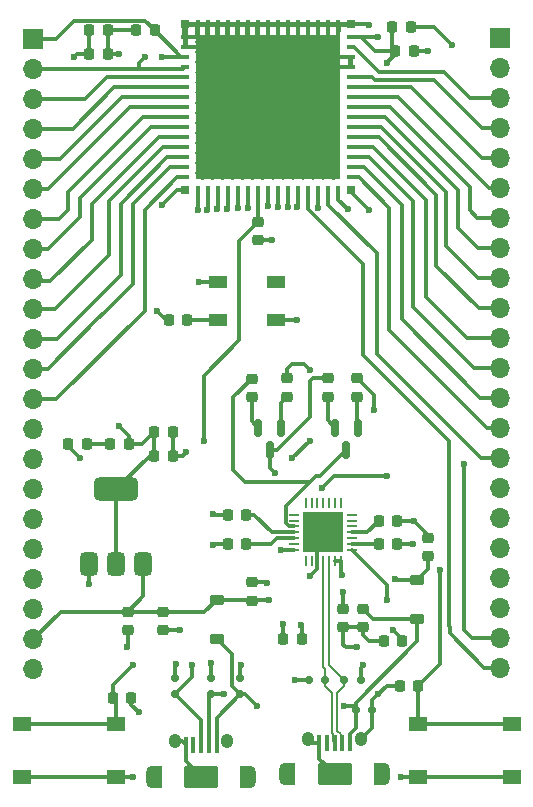
<source format=gbr>
%TF.GenerationSoftware,KiCad,Pcbnew,9.0.0*%
%TF.CreationDate,2025-06-09T12:03:21+05:30*%
%TF.ProjectId,ESP32_DevKit_M1,45535033-325f-4446-9576-4b69745f4d31,rev?*%
%TF.SameCoordinates,Original*%
%TF.FileFunction,Copper,L1,Top*%
%TF.FilePolarity,Positive*%
%FSLAX46Y46*%
G04 Gerber Fmt 4.6, Leading zero omitted, Abs format (unit mm)*
G04 Created by KiCad (PCBNEW 9.0.0) date 2025-06-09 12:03:21*
%MOMM*%
%LPD*%
G01*
G04 APERTURE LIST*
G04 Aperture macros list*
%AMRoundRect*
0 Rectangle with rounded corners*
0 $1 Rounding radius*
0 $2 $3 $4 $5 $6 $7 $8 $9 X,Y pos of 4 corners*
0 Add a 4 corners polygon primitive as box body*
4,1,4,$2,$3,$4,$5,$6,$7,$8,$9,$2,$3,0*
0 Add four circle primitives for the rounded corners*
1,1,$1+$1,$2,$3*
1,1,$1+$1,$4,$5*
1,1,$1+$1,$6,$7*
1,1,$1+$1,$8,$9*
0 Add four rect primitives between the rounded corners*
20,1,$1+$1,$2,$3,$4,$5,0*
20,1,$1+$1,$4,$5,$6,$7,0*
20,1,$1+$1,$6,$7,$8,$9,0*
20,1,$1+$1,$8,$9,$2,$3,0*%
%AMOutline5P*
0 Free polygon, 5 corners , with rotation*
0 The origin of the aperture is its center*
0 number of corners: always 5*
0 $1 to $10 corner X, Y*
0 $11 Rotation angle, in degrees counterclockwise*
0 create outline with 5 corners*
4,1,5,$1,$2,$3,$4,$5,$6,$7,$8,$9,$10,$1,$2,$11*%
%AMOutline6P*
0 Free polygon, 6 corners , with rotation*
0 The origin of the aperture is its center*
0 number of corners: always 6*
0 $1 to $12 corner X, Y*
0 $13 Rotation angle, in degrees counterclockwise*
0 create outline with 6 corners*
4,1,6,$1,$2,$3,$4,$5,$6,$7,$8,$9,$10,$11,$12,$1,$2,$13*%
%AMOutline7P*
0 Free polygon, 7 corners , with rotation*
0 The origin of the aperture is its center*
0 number of corners: always 7*
0 $1 to $14 corner X, Y*
0 $15 Rotation angle, in degrees counterclockwise*
0 create outline with 7 corners*
4,1,7,$1,$2,$3,$4,$5,$6,$7,$8,$9,$10,$11,$12,$13,$14,$1,$2,$15*%
%AMOutline8P*
0 Free polygon, 8 corners , with rotation*
0 The origin of the aperture is its center*
0 number of corners: always 8*
0 $1 to $16 corner X, Y*
0 $17 Rotation angle, in degrees counterclockwise*
0 create outline with 8 corners*
4,1,8,$1,$2,$3,$4,$5,$6,$7,$8,$9,$10,$11,$12,$13,$14,$15,$16,$1,$2,$17*%
G04 Aperture macros list end*
%TA.AperFunction,ComponentPad*%
%ADD10R,1.700000X1.700000*%
%TD*%
%TA.AperFunction,ComponentPad*%
%ADD11O,1.700000X1.700000*%
%TD*%
%TA.AperFunction,SMDPad,CuDef*%
%ADD12RoundRect,0.225000X0.225000X0.250000X-0.225000X0.250000X-0.225000X-0.250000X0.225000X-0.250000X0*%
%TD*%
%TA.AperFunction,SMDPad,CuDef*%
%ADD13RoundRect,0.150000X-0.150000X-0.200000X0.150000X-0.200000X0.150000X0.200000X-0.150000X0.200000X0*%
%TD*%
%TA.AperFunction,SMDPad,CuDef*%
%ADD14RoundRect,0.225000X-0.375000X0.225000X-0.375000X-0.225000X0.375000X-0.225000X0.375000X0.225000X0*%
%TD*%
%TA.AperFunction,SMDPad,CuDef*%
%ADD15RoundRect,0.150000X0.200000X-0.150000X0.200000X0.150000X-0.200000X0.150000X-0.200000X-0.150000X0*%
%TD*%
%TA.AperFunction,SMDPad,CuDef*%
%ADD16RoundRect,0.225000X-0.250000X0.225000X-0.250000X-0.225000X0.250000X-0.225000X0.250000X0.225000X0*%
%TD*%
%TA.AperFunction,SMDPad,CuDef*%
%ADD17RoundRect,0.375000X0.375000X-0.625000X0.375000X0.625000X-0.375000X0.625000X-0.375000X-0.625000X0*%
%TD*%
%TA.AperFunction,SMDPad,CuDef*%
%ADD18RoundRect,0.500000X1.400000X-0.500000X1.400000X0.500000X-1.400000X0.500000X-1.400000X-0.500000X0*%
%TD*%
%TA.AperFunction,SMDPad,CuDef*%
%ADD19R,1.500000X1.000000*%
%TD*%
%TA.AperFunction,SMDPad,CuDef*%
%ADD20RoundRect,0.218750X-0.218750X-0.256250X0.218750X-0.256250X0.218750X0.256250X-0.218750X0.256250X0*%
%TD*%
%TA.AperFunction,SMDPad,CuDef*%
%ADD21RoundRect,0.225000X-0.225000X-0.250000X0.225000X-0.250000X0.225000X0.250000X-0.225000X0.250000X0*%
%TD*%
%TA.AperFunction,SMDPad,CuDef*%
%ADD22R,0.800000X0.400000*%
%TD*%
%TA.AperFunction,SMDPad,CuDef*%
%ADD23R,0.400000X0.800000*%
%TD*%
%TA.AperFunction,HeatsinkPad*%
%ADD24Outline5P,-0.600000X0.204000X-0.204000X0.600000X0.600000X0.600000X0.600000X-0.600000X-0.600000X-0.600000X0.000000*%
%TD*%
%TA.AperFunction,HeatsinkPad*%
%ADD25R,1.200000X1.200000*%
%TD*%
%TA.AperFunction,SMDPad,CuDef*%
%ADD26R,0.800000X0.800000*%
%TD*%
%TA.AperFunction,SMDPad,CuDef*%
%ADD27R,1.550000X1.300000*%
%TD*%
%TA.AperFunction,SMDPad,CuDef*%
%ADD28RoundRect,0.225000X0.250000X-0.225000X0.250000X0.225000X-0.250000X0.225000X-0.250000X-0.225000X0*%
%TD*%
%TA.AperFunction,SMDPad,CuDef*%
%ADD29RoundRect,0.100000X-0.100000X-0.575000X0.100000X-0.575000X0.100000X0.575000X-0.100000X0.575000X0*%
%TD*%
%TA.AperFunction,HeatsinkPad*%
%ADD30O,1.000000X1.900000*%
%TD*%
%TA.AperFunction,SMDPad,CuDef*%
%ADD31R,0.875000X1.900000*%
%TD*%
%TA.AperFunction,HeatsinkPad*%
%ADD32O,1.050000X1.250000*%
%TD*%
%TA.AperFunction,SMDPad,CuDef*%
%ADD33RoundRect,0.250000X-1.200000X-0.700000X1.200000X-0.700000X1.200000X0.700000X-1.200000X0.700000X0*%
%TD*%
%TA.AperFunction,SMDPad,CuDef*%
%ADD34RoundRect,0.062500X0.062500X-0.337500X0.062500X0.337500X-0.062500X0.337500X-0.062500X-0.337500X0*%
%TD*%
%TA.AperFunction,SMDPad,CuDef*%
%ADD35RoundRect,0.062500X0.337500X-0.062500X0.337500X0.062500X-0.337500X0.062500X-0.337500X-0.062500X0*%
%TD*%
%TA.AperFunction,HeatsinkPad*%
%ADD36R,3.350000X3.350000*%
%TD*%
%TA.AperFunction,SMDPad,CuDef*%
%ADD37RoundRect,0.150000X-0.150000X0.587500X-0.150000X-0.587500X0.150000X-0.587500X0.150000X0.587500X0*%
%TD*%
%TA.AperFunction,SMDPad,CuDef*%
%ADD38RoundRect,0.150000X0.150000X0.200000X-0.150000X0.200000X-0.150000X-0.200000X0.150000X-0.200000X0*%
%TD*%
%TA.AperFunction,ViaPad*%
%ADD39C,0.600000*%
%TD*%
%TA.AperFunction,Conductor*%
%ADD40C,0.300000*%
%TD*%
%TA.AperFunction,Conductor*%
%ADD41C,0.200000*%
%TD*%
G04 APERTURE END LIST*
D10*
%TO.P,J3,1,Pin_1*%
%TO.N,ESP_3.3V*%
X106575000Y-65995000D03*
D11*
%TO.P,J3,2,Pin_2*%
%TO.N,/GPIO0*%
X106575000Y-68535000D03*
%TO.P,J3,3,Pin_3*%
%TO.N,/GPIO1*%
X106575000Y-71075000D03*
%TO.P,J3,4,Pin_4*%
%TO.N,/GPIO2*%
X106575000Y-73615000D03*
%TO.P,J3,5,Pin_5*%
%TO.N,/GPIO3*%
X106575000Y-76155000D03*
%TO.P,J3,6,Pin_6*%
%TO.N,/GPIO4*%
X106575000Y-78695000D03*
%TO.P,J3,7,Pin_7*%
%TO.N,/GPIO5*%
X106575000Y-81235000D03*
%TO.P,J3,8,Pin_8*%
%TO.N,/GPIO6*%
X106575000Y-83775000D03*
%TO.P,J3,9,Pin_9*%
%TO.N,/GPIO7*%
X106575000Y-86315000D03*
%TO.P,J3,10,Pin_10*%
%TO.N,/GPIO8*%
X106575000Y-88855000D03*
%TO.P,J3,11,Pin_11*%
%TO.N,/GPIO9*%
X106575000Y-91395000D03*
%TO.P,J3,12,Pin_12*%
%TO.N,/GPIO10*%
X106575000Y-93935000D03*
%TO.P,J3,13,Pin_13*%
%TO.N,/GPIO11*%
X106575000Y-96475000D03*
%TO.P,J3,14,Pin_14*%
%TO.N,/GPIO12*%
X106575000Y-99015000D03*
%TO.P,J3,15,Pin_15*%
%TO.N,/GPIO13*%
X106575000Y-101555000D03*
%TO.P,J3,16,Pin_16*%
%TO.N,/GPIO14*%
X106575000Y-104095000D03*
%TO.P,J3,17,Pin_17*%
%TO.N,/GPIO15*%
X106575000Y-106635000D03*
%TO.P,J3,18,Pin_18*%
%TO.N,/GPIO16*%
X106575000Y-109175000D03*
%TO.P,J3,19,Pin_19*%
%TO.N,/GPIO17*%
X106575000Y-111715000D03*
%TO.P,J3,20,Pin_20*%
%TO.N,/GPIO18*%
X106575000Y-114255000D03*
%TO.P,J3,21,Pin_21*%
%TO.N,5V*%
X106575000Y-116795000D03*
%TO.P,J3,22,Pin_22*%
%TO.N,GND*%
X106575000Y-119335000D03*
%TD*%
D12*
%TO.P,R13,1*%
%TO.N,Net-(U2-RXD)*%
X124575000Y-106275000D03*
%TO.P,R13,2*%
%TO.N,/U0TXD*%
X123025000Y-106275000D03*
%TD*%
D13*
%TO.P,D2,1*%
%TO.N,GND*%
X135275000Y-122775000D03*
%TO.P,D2,2*%
%TO.N,VBUS*%
X133875000Y-122775000D03*
%TD*%
D14*
%TO.P,D6,1,K*%
%TO.N,5V*%
X122075000Y-113475000D03*
%TO.P,D6,2,A*%
%TO.N,VBUS*%
X122075000Y-116775000D03*
%TD*%
D15*
%TO.P,D5,1*%
%TO.N,GND*%
X124075000Y-120075000D03*
%TO.P,D5,2*%
%TO.N,VBUS*%
X124075000Y-121475000D03*
%TD*%
D12*
%TO.P,R1,1*%
%TO.N,ESP_3.3V*%
X116850000Y-65275000D03*
%TO.P,R1,2*%
%TO.N,3.3V*%
X115300000Y-65275000D03*
%TD*%
%TO.P,C6,1*%
%TO.N,GND*%
X137775000Y-117000000D03*
%TO.P,C6,2*%
%TO.N,Net-(U2-VBUS)*%
X136225000Y-117000000D03*
%TD*%
D10*
%TO.P,J4,1,Pin_1*%
%TO.N,GND*%
X146075000Y-65915000D03*
D11*
%TO.P,J4,2,Pin_2*%
%TO.N,/CHIP_PU*%
X146075000Y-68455000D03*
%TO.P,J4,3,Pin_3*%
%TO.N,/GPIO46*%
X146075000Y-70995000D03*
%TO.P,J4,4,Pin_4*%
%TO.N,/GPIO45*%
X146075000Y-73535000D03*
%TO.P,J4,5,Pin_5*%
%TO.N,/U0RXD*%
X146075000Y-76075000D03*
%TO.P,J4,6,Pin_6*%
%TO.N,/U0TXD*%
X146075000Y-78615000D03*
%TO.P,J4,7,Pin_7*%
%TO.N,/GPIO42*%
X146075000Y-81155000D03*
%TO.P,J4,8,Pin_8*%
%TO.N,/GPIO41*%
X146075000Y-83695000D03*
%TO.P,J4,9,Pin_9*%
%TO.N,/GPIO40*%
X146075000Y-86235000D03*
%TO.P,J4,10,Pin_10*%
%TO.N,/GPIO39*%
X146075000Y-88775000D03*
%TO.P,J4,11,Pin_11*%
%TO.N,/GPIO38*%
X146075000Y-91315000D03*
%TO.P,J4,12,Pin_12*%
%TO.N,/GPIO37*%
X146075000Y-93855000D03*
%TO.P,J4,13,Pin_13*%
%TO.N,/GPIO36*%
X146075000Y-96395000D03*
%TO.P,J4,14,Pin_14*%
%TO.N,/GPIO35*%
X146075000Y-98935000D03*
%TO.P,J4,15,Pin_15*%
%TO.N,/GPIO34*%
X146075000Y-101475000D03*
%TO.P,J4,16,Pin_16*%
%TO.N,/GPIO33*%
X146075000Y-104015000D03*
%TO.P,J4,17,Pin_17*%
%TO.N,/GPIO26*%
X146075000Y-106555000D03*
%TO.P,J4,18,Pin_18*%
%TO.N,/GPIO21*%
X146075000Y-109095000D03*
%TO.P,J4,19,Pin_19*%
%TO.N,/GPIO20*%
X146075000Y-111635000D03*
%TO.P,J4,20,Pin_20*%
%TO.N,/GPIO19*%
X146075000Y-114175000D03*
%TO.P,J4,21,Pin_21*%
%TO.N,/GPIO48*%
X146075000Y-116715000D03*
%TO.P,J4,22,Pin_22*%
%TO.N,/GPIO47*%
X146075000Y-119255000D03*
%TD*%
D16*
%TO.P,R10,1*%
%TO.N,GND*%
X132775000Y-114225000D03*
%TO.P,R10,2*%
%TO.N,Net-(U2-VBUS)*%
X132775000Y-115775000D03*
%TD*%
D17*
%TO.P,U4,1,GND*%
%TO.N,GND*%
X111275000Y-110425000D03*
%TO.P,U4,2,VO*%
%TO.N,3.3V*%
X113575000Y-110425000D03*
D18*
X113575000Y-104125000D03*
D17*
%TO.P,U4,3,VI*%
%TO.N,5V*%
X115875000Y-110425000D03*
%TD*%
D16*
%TO.P,R4,1*%
%TO.N,/DTR*%
X131500000Y-94725000D03*
%TO.P,R4,2*%
%TO.N,Net-(Q1-B)*%
X131500000Y-96275000D03*
%TD*%
D19*
%TO.P,LED2,1,VSS*%
%TO.N,GND*%
X122175000Y-86575000D03*
%TO.P,LED2,2,DIN*%
%TO.N,/RGB_CTRL*%
X122175000Y-89775000D03*
%TO.P,LED2,3,VDD*%
%TO.N,3.3V*%
X127075000Y-89775000D03*
%TO.P,LED2,4,DOUT*%
%TO.N,unconnected-(LED2-DOUT-Pad4)*%
X127075000Y-86575000D03*
%TD*%
D12*
%TO.P,R14,1*%
%TO.N,Net-(U2-TXD)*%
X124575000Y-108775000D03*
%TO.P,R14,2*%
%TO.N,/U0RXD*%
X123025000Y-108775000D03*
%TD*%
D20*
%TO.P,LED1,1,K*%
%TO.N,GND*%
X109500000Y-100275000D03*
%TO.P,LED1,2,A*%
%TO.N,Net-(LED1-A)*%
X111075000Y-100275000D03*
%TD*%
D16*
%TO.P,R5,1*%
%TO.N,/RTS*%
X125075000Y-94775000D03*
%TO.P,R5,2*%
%TO.N,Net-(Q2-B)*%
X125075000Y-96325000D03*
%TD*%
D21*
%TO.P,R11,1*%
%TO.N,Net-(U2-~{SUSPEND})*%
X135800000Y-106775000D03*
%TO.P,R11,2*%
%TO.N,GND*%
X137350000Y-106775000D03*
%TD*%
D22*
%TO.P,U1,1,GND*%
%TO.N,GND*%
X119425000Y-65825000D03*
%TO.P,U1,2,GND*%
X119425000Y-66675000D03*
%TO.P,U1,3,3V3*%
%TO.N,ESP_3.3V*%
X119425000Y-67525000D03*
%TO.P,U1,4,IO0*%
%TO.N,/GPIO0*%
X119425000Y-68375000D03*
%TO.P,U1,5,IO1*%
%TO.N,/GPIO1*%
X119425000Y-69225000D03*
%TO.P,U1,6,IO2*%
%TO.N,/GPIO2*%
X119425000Y-70075000D03*
%TO.P,U1,7,IO3*%
%TO.N,/GPIO3*%
X119425000Y-70925000D03*
%TO.P,U1,8,IO4*%
%TO.N,/GPIO4*%
X119425000Y-71775000D03*
%TO.P,U1,9,IO5*%
%TO.N,/GPIO5*%
X119425000Y-72625000D03*
%TO.P,U1,10,IO6*%
%TO.N,/GPIO6*%
X119425000Y-73475000D03*
%TO.P,U1,11,IO7*%
%TO.N,/GPIO7*%
X119425000Y-74325000D03*
%TO.P,U1,12,IO8*%
%TO.N,/GPIO8*%
X119425000Y-75175000D03*
%TO.P,U1,13,IO9*%
%TO.N,/GPIO9*%
X119425000Y-76025000D03*
%TO.P,U1,14,IO10*%
%TO.N,/GPIO10*%
X119425000Y-76875000D03*
%TO.P,U1,15,IO11*%
%TO.N,/GPIO11*%
X119425000Y-77725000D03*
D23*
%TO.P,U1,16,IO12*%
%TO.N,/GPIO12*%
X120475000Y-78775000D03*
%TO.P,U1,17,IO13*%
%TO.N,/GPIO13*%
X121325000Y-78775000D03*
%TO.P,U1,18,IO14*%
%TO.N,/GPIO14*%
X122175000Y-78775000D03*
%TO.P,U1,19,IO15*%
%TO.N,/GPIO15*%
X123025000Y-78775000D03*
%TO.P,U1,20,IO16*%
%TO.N,/GPIO16*%
X123875000Y-78775000D03*
%TO.P,U1,21,IO17*%
%TO.N,/GPIO17*%
X124725000Y-78775000D03*
%TO.P,U1,22,IO18*%
%TO.N,/GPIO18*%
X125575000Y-78775000D03*
%TO.P,U1,23,USB_D-*%
%TO.N,/GPIO19*%
X126425000Y-78775000D03*
%TO.P,U1,24,USB_D+*%
%TO.N,/GPIO20*%
X127275000Y-78775000D03*
%TO.P,U1,25,IO21*%
%TO.N,/GPIO21*%
X128125000Y-78775000D03*
%TO.P,U1,26,IO26*%
%TO.N,/GPIO26*%
X128975000Y-78775000D03*
%TO.P,U1,27,IO47*%
%TO.N,/GPIO47*%
X129825000Y-78775000D03*
%TO.P,U1,28,IO33*%
%TO.N,/GPIO33*%
X130675000Y-78775000D03*
%TO.P,U1,29,IO34*%
%TO.N,/GPIO34*%
X131525000Y-78775000D03*
%TO.P,U1,30,IO48*%
%TO.N,/GPIO48*%
X132375000Y-78775000D03*
D22*
%TO.P,U1,31,IO35*%
%TO.N,/GPIO35*%
X133425000Y-77725000D03*
%TO.P,U1,32,IO36*%
%TO.N,/GPIO36*%
X133425000Y-76875000D03*
%TO.P,U1,33,IO37*%
%TO.N,/GPIO37*%
X133425000Y-76025000D03*
%TO.P,U1,34,IO38*%
%TO.N,/GPIO38*%
X133425000Y-75175000D03*
%TO.P,U1,35,IO39*%
%TO.N,/GPIO39*%
X133425000Y-74325000D03*
%TO.P,U1,36,IO40*%
%TO.N,/GPIO40*%
X133425000Y-73475000D03*
%TO.P,U1,37,IO41*%
%TO.N,/GPIO41*%
X133425000Y-72625000D03*
%TO.P,U1,38,IO42*%
%TO.N,/GPIO42*%
X133425000Y-71775000D03*
%TO.P,U1,39,TXD0*%
%TO.N,/U0TXD*%
X133425000Y-70925000D03*
%TO.P,U1,40,RXD0*%
%TO.N,/U0RXD*%
X133425000Y-70075000D03*
%TO.P,U1,41,IO45*%
%TO.N,/GPIO45*%
X133425000Y-69225000D03*
%TO.P,U1,42,GND*%
%TO.N,GND*%
X133425000Y-68375000D03*
%TO.P,U1,43,GND*%
X133425000Y-67525000D03*
%TO.P,U1,44,IO46*%
%TO.N,/GPIO46*%
X133425000Y-66675000D03*
%TO.P,U1,45,EN*%
%TO.N,/CHIP_PU*%
X133425000Y-65825000D03*
D23*
%TO.P,U1,46,GND*%
%TO.N,GND*%
X132375000Y-64775000D03*
%TO.P,U1,47,GND*%
X131525000Y-64775000D03*
%TO.P,U1,48,GND*%
X130675000Y-64775000D03*
%TO.P,U1,49,GND*%
X129825000Y-64775000D03*
%TO.P,U1,50,GND*%
X128975000Y-64775000D03*
%TO.P,U1,51,GND*%
X128125000Y-64775000D03*
%TO.P,U1,52,GND*%
X127275000Y-64775000D03*
%TO.P,U1,53,GND*%
X126425000Y-64775000D03*
%TO.P,U1,54,GND*%
X125575000Y-64775000D03*
%TO.P,U1,55,GND*%
X124725000Y-64775000D03*
%TO.P,U1,56,GND*%
X123875000Y-64775000D03*
%TO.P,U1,57,GND*%
X123025000Y-64775000D03*
%TO.P,U1,58,GND*%
X122175000Y-64775000D03*
%TO.P,U1,59,GND*%
X121325000Y-64775000D03*
%TO.P,U1,60,GND*%
X120475000Y-64775000D03*
D24*
%TO.P,U1,61,GND*%
X124775000Y-70125000D03*
D25*
X124775000Y-71775000D03*
X124775000Y-73425000D03*
X126425000Y-70125000D03*
X126425000Y-71775000D03*
X126425000Y-73425000D03*
X128075000Y-70125000D03*
X128075000Y-71775000D03*
X128075000Y-73425000D03*
D26*
%TO.P,U1,62,GND*%
X119425000Y-64775000D03*
%TO.P,U1,63,GND*%
X119425000Y-78775000D03*
%TO.P,U1,64,GND*%
X133425000Y-78775000D03*
%TO.P,U1,65,GND*%
X133425000Y-64775000D03*
%TD*%
D27*
%TO.P,SW1,1,1*%
%TO.N,GND*%
X113555000Y-128525000D03*
X105595000Y-128525000D03*
%TO.P,SW1,2,2*%
%TO.N,/GPIO0*%
X113555000Y-124025000D03*
X105595000Y-124025000D03*
%TD*%
D28*
%TO.P,C2,1*%
%TO.N,5V*%
X140000000Y-109775000D03*
%TO.P,C2,2*%
%TO.N,GND*%
X140000000Y-108225000D03*
%TD*%
D12*
%TO.P,C11,1*%
%TO.N,GND*%
X118350000Y-101275000D03*
%TO.P,C11,2*%
%TO.N,3.3V*%
X116800000Y-101275000D03*
%TD*%
%TO.P,R15,1*%
%TO.N,3.3V*%
X114625000Y-100275000D03*
%TO.P,R15,2*%
%TO.N,Net-(LED1-A)*%
X113075000Y-100275000D03*
%TD*%
%TO.P,C12,1*%
%TO.N,GND*%
X114850000Y-121775000D03*
%TO.P,C12,2*%
%TO.N,/GPIO0*%
X113300000Y-121775000D03*
%TD*%
D28*
%TO.P,C9,1*%
%TO.N,GND*%
X114575000Y-116050000D03*
%TO.P,C9,2*%
%TO.N,5V*%
X114575000Y-114500000D03*
%TD*%
D12*
%TO.P,C5,1*%
%TO.N,GND*%
X138775000Y-67000000D03*
%TO.P,C5,2*%
%TO.N,/CHIP_PU*%
X137225000Y-67000000D03*
%TD*%
D29*
%TO.P,J1,1,VBUS*%
%TO.N,VBUS*%
X133375000Y-125600000D03*
%TO.P,J1,2,D-*%
%TO.N,/USB_DN*%
X132725000Y-125600000D03*
%TO.P,J1,3,D+*%
%TO.N,/USB_DP*%
X132075000Y-125600000D03*
%TO.P,J1,4,ID*%
%TO.N,unconnected-(J1-ID-Pad4)*%
X131425000Y-125600000D03*
%TO.P,J1,5,GND*%
%TO.N,GND*%
X130775000Y-125600000D03*
D30*
%TO.P,J1,6,Shield*%
X127900000Y-128275000D03*
D31*
X128337500Y-128275000D03*
D32*
X129850000Y-125275000D03*
D33*
X132075000Y-128275000D03*
D32*
X134300000Y-125275000D03*
D31*
X135812500Y-128275000D03*
D30*
X136250000Y-128275000D03*
%TD*%
D28*
%TO.P,R3,1*%
%TO.N,3.3V*%
X125575000Y-83050000D03*
%TO.P,R3,2*%
%TO.N,/GPIO18*%
X125575000Y-81500000D03*
%TD*%
D13*
%TO.P,D4,1*%
%TO.N,GND*%
X134275000Y-120275000D03*
%TO.P,D4,2*%
%TO.N,/USB_DN*%
X132875000Y-120275000D03*
%TD*%
D21*
%TO.P,R8,1*%
%TO.N,/GPIO48*%
X118025000Y-89775000D03*
%TO.P,R8,2*%
%TO.N,/RGB_CTRL*%
X119575000Y-89775000D03*
%TD*%
%TO.P,C3,1*%
%TO.N,GND*%
X111300000Y-67275000D03*
%TO.P,C3,2*%
%TO.N,3.3V*%
X112850000Y-67275000D03*
%TD*%
D16*
%TO.P,R9,1*%
%TO.N,VBUS*%
X134500000Y-114225000D03*
%TO.P,R9,2*%
%TO.N,Net-(U2-VBUS)*%
X134500000Y-115775000D03*
%TD*%
D34*
%TO.P,U2,1,~{DCD}*%
%TO.N,unconnected-(U2-~{DCD}-Pad1)*%
X129625000Y-110225000D03*
%TO.P,U2,2,~{RI}/CLK*%
%TO.N,unconnected-(U2-~{RI}{slash}CLK-Pad2)*%
X130125000Y-110225000D03*
%TO.P,U2,3,GND*%
%TO.N,GND*%
X130625000Y-110225000D03*
%TO.P,U2,4,D+*%
%TO.N,/USB_DP*%
X131125000Y-110225000D03*
%TO.P,U2,5,D-*%
%TO.N,/USB_DN*%
X131625000Y-110225000D03*
%TO.P,U2,6,VDD*%
%TO.N,3.3V*%
X132125000Y-110225000D03*
%TO.P,U2,7,VREGIN*%
X132625000Y-110225000D03*
D35*
%TO.P,U2,8,VBUS*%
%TO.N,Net-(U2-VBUS)*%
X133575000Y-109275000D03*
%TO.P,U2,9,~{RST}*%
%TO.N,Net-(U2-~{RST})*%
X133575000Y-108775000D03*
%TO.P,U2,10,NC*%
%TO.N,unconnected-(U2-NC-Pad10)*%
X133575000Y-108275000D03*
%TO.P,U2,11,~{SUSPEND}*%
%TO.N,Net-(U2-~{SUSPEND})*%
X133575000Y-107775000D03*
%TO.P,U2,12,SUSPEND*%
%TO.N,unconnected-(U2-SUSPEND-Pad12)*%
X133575000Y-107275000D03*
%TO.P,U2,13,CHREN*%
%TO.N,unconnected-(U2-CHREN-Pad13)*%
X133575000Y-106775000D03*
%TO.P,U2,14,CHR1*%
%TO.N,unconnected-(U2-CHR1-Pad14)*%
X133575000Y-106275000D03*
D34*
%TO.P,U2,15,CHR0*%
%TO.N,unconnected-(U2-CHR0-Pad15)*%
X132625000Y-105325000D03*
%TO.P,U2,16,~{WAKEUP}/GPIO.3*%
%TO.N,unconnected-(U2-~{WAKEUP}{slash}GPIO.3-Pad16)*%
X132125000Y-105325000D03*
%TO.P,U2,17,RS485/GPIO.2*%
%TO.N,unconnected-(U2-RS485{slash}GPIO.2-Pad17)*%
X131625000Y-105325000D03*
%TO.P,U2,18,~{RXT}/GPIO.1*%
%TO.N,unconnected-(U2-~{RXT}{slash}GPIO.1-Pad18)*%
X131125000Y-105325000D03*
%TO.P,U2,19,~{TXT}/GPIO.0*%
%TO.N,unconnected-(U2-~{TXT}{slash}GPIO.0-Pad19)*%
X130625000Y-105325000D03*
%TO.P,U2,20,GPIO.6*%
%TO.N,unconnected-(U2-GPIO.6-Pad20)*%
X130125000Y-105325000D03*
%TO.P,U2,21,GPIO.5*%
%TO.N,unconnected-(U2-GPIO.5-Pad21)*%
X129625000Y-105325000D03*
D35*
%TO.P,U2,22,GPIO.4*%
%TO.N,unconnected-(U2-GPIO.4-Pad22)*%
X128675000Y-106275000D03*
%TO.P,U2,23,~{CTS}*%
%TO.N,unconnected-(U2-~{CTS}-Pad23)*%
X128675000Y-106775000D03*
%TO.P,U2,24,~{RTS}*%
%TO.N,/RTS*%
X128675000Y-107275000D03*
%TO.P,U2,25,RXD*%
%TO.N,Net-(U2-RXD)*%
X128675000Y-107775000D03*
%TO.P,U2,26,TXD*%
%TO.N,Net-(U2-TXD)*%
X128675000Y-108275000D03*
%TO.P,U2,27,~{DSR}*%
%TO.N,unconnected-(U2-~{DSR}-Pad27)*%
X128675000Y-108775000D03*
%TO.P,U2,28,~{DTR}*%
%TO.N,/DTR*%
X128675000Y-109275000D03*
D36*
%TO.P,U2,29,GND*%
%TO.N,GND*%
X131125000Y-107775000D03*
%TD*%
D37*
%TO.P,Q1,1,C*%
%TO.N,Net-(Q1-C)*%
X134025000Y-98900000D03*
%TO.P,Q1,2,B*%
%TO.N,Net-(Q1-B)*%
X132125000Y-98900000D03*
%TO.P,Q1,3,E*%
%TO.N,/RTS*%
X133075000Y-100775000D03*
%TD*%
%TO.P,Q2,1,C*%
%TO.N,Net-(Q2-C)*%
X127525000Y-98900000D03*
%TO.P,Q2,2,B*%
%TO.N,Net-(Q2-B)*%
X125625000Y-98900000D03*
%TO.P,Q2,3,E*%
%TO.N,/DTR*%
X126575000Y-100775000D03*
%TD*%
D15*
%TO.P,D7,1*%
%TO.N,GND*%
X118575000Y-120075000D03*
%TO.P,D7,2*%
%TO.N,/GPIO20*%
X118575000Y-121475000D03*
%TD*%
D38*
%TO.P,D3,1*%
%TO.N,GND*%
X129875000Y-120275000D03*
%TO.P,D3,2*%
%TO.N,/USB_DP*%
X131275000Y-120275000D03*
%TD*%
D12*
%TO.P,R12,1*%
%TO.N,3.3V*%
X137350000Y-108775000D03*
%TO.P,R12,2*%
%TO.N,Net-(U2-~{RST})*%
X135800000Y-108775000D03*
%TD*%
%TO.P,C10,1*%
%TO.N,GND*%
X118350000Y-99275000D03*
%TO.P,C10,2*%
%TO.N,3.3V*%
X116800000Y-99275000D03*
%TD*%
D28*
%TO.P,R7,1*%
%TO.N,Net-(Q2-C)*%
X128075000Y-96275000D03*
%TO.P,R7,2*%
%TO.N,/GPIO0*%
X128075000Y-94725000D03*
%TD*%
D21*
%TO.P,C13,1*%
%TO.N,GND*%
X137575000Y-120775000D03*
%TO.P,C13,2*%
%TO.N,/CHIP_PU*%
X139125000Y-120775000D03*
%TD*%
%TO.P,R2,1*%
%TO.N,/CHIP_PU*%
X136950000Y-65000000D03*
%TO.P,R2,2*%
%TO.N,ESP_3.3V*%
X138500000Y-65000000D03*
%TD*%
%TO.P,C4,1*%
%TO.N,GND*%
X111300000Y-65275000D03*
%TO.P,C4,2*%
%TO.N,3.3V*%
X112850000Y-65275000D03*
%TD*%
D14*
%TO.P,D1,1,K*%
%TO.N,5V*%
X139075000Y-111775000D03*
%TO.P,D1,2,A*%
%TO.N,VBUS*%
X139075000Y-115075000D03*
%TD*%
D29*
%TO.P,J2,1,VBUS*%
%TO.N,VBUS*%
X122075000Y-125775000D03*
%TO.P,J2,2,D-*%
%TO.N,/GPIO19*%
X121425000Y-125775000D03*
%TO.P,J2,3,D+*%
%TO.N,/GPIO20*%
X120775000Y-125775000D03*
%TO.P,J2,4,ID*%
%TO.N,unconnected-(J2-ID-Pad4)*%
X120125000Y-125775000D03*
%TO.P,J2,5,GND*%
%TO.N,GND*%
X119475000Y-125775000D03*
D30*
%TO.P,J2,6,Shield*%
X116600000Y-128450000D03*
D31*
X117037500Y-128450000D03*
D32*
X118550000Y-125450000D03*
D33*
X120775000Y-128450000D03*
D32*
X123000000Y-125450000D03*
D31*
X124512500Y-128450000D03*
D30*
X124950000Y-128450000D03*
%TD*%
D28*
%TO.P,C1,1*%
%TO.N,5V*%
X125075000Y-113550000D03*
%TO.P,C1,2*%
%TO.N,GND*%
X125075000Y-112000000D03*
%TD*%
%TO.P,R6,1*%
%TO.N,Net-(Q1-C)*%
X134000000Y-96275000D03*
%TO.P,R6,2*%
%TO.N,/CHIP_PU*%
X134000000Y-94725000D03*
%TD*%
D15*
%TO.P,D8,1*%
%TO.N,GND*%
X121575000Y-120075000D03*
%TO.P,D8,2*%
%TO.N,/GPIO19*%
X121575000Y-121475000D03*
%TD*%
D27*
%TO.P,SW2,1,1*%
%TO.N,GND*%
X147055000Y-128525000D03*
X139095000Y-128525000D03*
%TO.P,SW2,2,2*%
%TO.N,/CHIP_PU*%
X147055000Y-124025000D03*
X139095000Y-124025000D03*
%TD*%
D28*
%TO.P,C8,1*%
%TO.N,GND*%
X117575000Y-116050000D03*
%TO.P,C8,2*%
%TO.N,5V*%
X117575000Y-114500000D03*
%TD*%
D21*
%TO.P,C7,1*%
%TO.N,GND*%
X127725000Y-116775000D03*
%TO.P,C7,2*%
%TO.N,3.3V*%
X129275000Y-116775000D03*
%TD*%
D39*
%TO.N,GND*%
X137732555Y-128525000D03*
X118645240Y-118886221D03*
X117434709Y-80061451D03*
X110500000Y-101500000D03*
X135768994Y-121496737D03*
X114500000Y-117500000D03*
X130000000Y-111500000D03*
X128757667Y-120281672D03*
X115500000Y-123000000D03*
X119500000Y-101000000D03*
X134500000Y-119000000D03*
X109989903Y-67545618D03*
X119000000Y-116000000D03*
X111243719Y-112151463D03*
X120584786Y-86596602D03*
X138775006Y-106775006D03*
X140000000Y-67000000D03*
X134956511Y-80478512D03*
X115000000Y-128500000D03*
X124141675Y-119031765D03*
X132773643Y-112799408D03*
X121574065Y-118877971D03*
X134986158Y-64809911D03*
X126335415Y-112040085D03*
X127742518Y-115564463D03*
X137000000Y-116000000D03*
%TO.N,/CHIP_PU*%
X135737531Y-65826745D03*
X141000000Y-111000000D03*
X135388622Y-97376433D03*
X136500000Y-68000000D03*
%TO.N,Net-(U2-VBUS)*%
X136500000Y-113500000D03*
X134000000Y-117500000D03*
%TO.N,/GPIO0*%
X130000000Y-100000000D03*
X130000000Y-94000000D03*
X116000000Y-67500000D03*
X128500000Y-101500000D03*
X115000000Y-119000000D03*
%TO.N,/GPIO19*%
X122750093Y-121438309D03*
X126396383Y-80142502D03*
%TO.N,/GPIO20*%
X131000000Y-104000000D03*
X127268842Y-80198191D03*
X120000000Y-119000000D03*
X136500000Y-103000000D03*
%TO.N,/GPIO18*%
X121000000Y-100000000D03*
%TO.N,/GPIO15*%
X123003262Y-80367996D03*
%TO.N,/GPIO17*%
X124735806Y-80293744D03*
%TO.N,/GPIO14*%
X122136990Y-80417497D03*
%TO.N,/GPIO16*%
X123877785Y-80343246D03*
%TO.N,/GPIO13*%
X121299120Y-80462427D03*
%TO.N,/GPIO12*%
X120500000Y-80500000D03*
%TO.N,/U0TXD*%
X121779644Y-106216754D03*
%TO.N,/GPIO48*%
X143000000Y-102000000D03*
X133168266Y-80396196D03*
X117000000Y-89000000D03*
%TO.N,/GPIO33*%
X130684429Y-80328132D03*
%TO.N,/GPIO26*%
X128920947Y-80253880D03*
%TO.N,/U0RXD*%
X121799843Y-108836690D03*
%TO.N,/GPIO21*%
X128120944Y-80253880D03*
%TO.N,/DTR*%
X127507947Y-109297163D03*
X127000000Y-102769855D03*
%TO.N,5V*%
X126500000Y-113500000D03*
X137193017Y-111705392D03*
%TO.N,3.3V*%
X129252680Y-115591428D03*
X128888622Y-89789433D03*
X132665004Y-111395497D03*
X138724783Y-108794793D03*
X126784818Y-83044886D03*
X113795781Y-98784979D03*
X113849014Y-67235795D03*
%TO.N,ESP_3.3V*%
X117500000Y-67500000D03*
X142000000Y-66500000D03*
%TO.N,VBUS*%
X125500000Y-122500000D03*
X132900000Y-122500000D03*
%TD*%
D40*
%TO.N,/GPIO9*%
X112719188Y-87280812D02*
X112631406Y-87368594D01*
X119425000Y-76025000D02*
X117912500Y-76025000D01*
X117912500Y-76025000D02*
X114000000Y-79937500D01*
X114000000Y-86000000D02*
X112719188Y-87280812D01*
X114000000Y-79937500D02*
X114000000Y-86000000D01*
X108605000Y-91395000D02*
X106575000Y-91395000D01*
X112631406Y-87368594D02*
X108605000Y-91395000D01*
%TO.N,/GPIO10*%
X112521843Y-89190238D02*
X115000000Y-86712081D01*
X115000000Y-80000000D02*
X118125000Y-76875000D01*
X112082931Y-89629150D02*
X112521843Y-89190238D01*
X118125000Y-76875000D02*
X119425000Y-76875000D01*
X107777081Y-93935000D02*
X112082931Y-89629150D01*
X106575000Y-93935000D02*
X107777081Y-93935000D01*
X115000000Y-86712081D02*
X115000000Y-80000000D01*
%TO.N,GND*%
X134956511Y-80456511D02*
X133425000Y-78925000D01*
X137575000Y-120775000D02*
X136490731Y-120775000D01*
X127725000Y-116775000D02*
X127725000Y-115581981D01*
X134275000Y-120275000D02*
X134275000Y-119225000D01*
X147055000Y-128525000D02*
X139095000Y-128525000D01*
X137732555Y-128525000D02*
X139095000Y-128525000D01*
X111275000Y-110425000D02*
X111275000Y-112120182D01*
X111300000Y-65275000D02*
X111300000Y-67275000D01*
X126295330Y-112000000D02*
X126335415Y-112040085D01*
X137775000Y-117000000D02*
X137775000Y-116775000D01*
X134275000Y-119225000D02*
X134500000Y-119000000D01*
X135275000Y-124300000D02*
X135275000Y-122775000D01*
X114975000Y-128525000D02*
X115000000Y-128500000D01*
X118550000Y-125450000D02*
X119150000Y-125450000D01*
X118350000Y-99275000D02*
X118350000Y-101275000D01*
X119225000Y-101275000D02*
X119500000Y-101000000D01*
X121575000Y-118878906D02*
X121574065Y-118877971D01*
X135275000Y-122775000D02*
X135275000Y-121990731D01*
X114575000Y-116050000D02*
X114575000Y-117425000D01*
X118575000Y-118956461D02*
X118645240Y-118886221D01*
X120606388Y-86575000D02*
X120584786Y-86596602D01*
X134951247Y-64775000D02*
X134986158Y-64809911D01*
X114575000Y-117425000D02*
X114500000Y-117500000D01*
X118950000Y-116050000D02*
X119000000Y-116000000D01*
X127725000Y-115581981D02*
X127742518Y-115564463D01*
X111275000Y-112120182D02*
X111243719Y-112151463D01*
X118575000Y-120075000D02*
X118575000Y-118956461D01*
X138225000Y-106775000D02*
X137350000Y-106775000D01*
X114850000Y-121775000D02*
X114850000Y-122350000D01*
X130175000Y-125600000D02*
X129850000Y-125275000D01*
X118350000Y-101275000D02*
X119225000Y-101275000D01*
X130625000Y-110225000D02*
X130625000Y-110875000D01*
X136490731Y-120775000D02*
X135768994Y-121496737D01*
X109500000Y-100275000D02*
X109500000Y-100500000D01*
X119150000Y-125450000D02*
X119475000Y-125775000D01*
X130625000Y-108275000D02*
X130625000Y-110225000D01*
X117575000Y-116050000D02*
X118950000Y-116050000D01*
X113555000Y-128525000D02*
X114975000Y-128525000D01*
X111300000Y-67275000D02*
X110260521Y-67275000D01*
X137775000Y-116775000D02*
X137000000Y-116000000D01*
X138775000Y-67000000D02*
X140000000Y-67000000D01*
X132775000Y-114225000D02*
X132775000Y-112800765D01*
X124075000Y-120075000D02*
X124075000Y-119098440D01*
X134956511Y-80478512D02*
X134956511Y-80456511D01*
X131125000Y-107775000D02*
X130625000Y-108275000D01*
X121575000Y-120075000D02*
X121575000Y-118878906D01*
X138775006Y-106775006D02*
X140000000Y-108000000D01*
X119425000Y-78775000D02*
X118721160Y-78775000D01*
X114850000Y-122350000D02*
X115500000Y-123000000D01*
X134300000Y-125275000D02*
X135275000Y-124300000D01*
X132775000Y-112800765D02*
X132773643Y-112799408D01*
X130775000Y-126975000D02*
X130775000Y-125600000D01*
X138225006Y-106775006D02*
X138225000Y-106775000D01*
X125075000Y-112000000D02*
X126295330Y-112000000D01*
X128764339Y-120275000D02*
X128757667Y-120281672D01*
X133425000Y-64775000D02*
X134951247Y-64775000D01*
X119475000Y-127150000D02*
X120775000Y-128450000D01*
X132075000Y-128275000D02*
X130775000Y-126975000D01*
X135275000Y-121990731D02*
X135768994Y-121496737D01*
X138775006Y-106775006D02*
X138225006Y-106775006D01*
X124075000Y-119098440D02*
X124141675Y-119031765D01*
X133425000Y-78925000D02*
X133425000Y-78775000D01*
X110260521Y-67275000D02*
X109989903Y-67545618D01*
X130625000Y-110875000D02*
X130000000Y-111500000D01*
X129875000Y-120275000D02*
X128764339Y-120275000D01*
X113555000Y-128525000D02*
X105595000Y-128525000D01*
X140000000Y-108000000D02*
X140000000Y-108225000D01*
X122175000Y-86575000D02*
X120606388Y-86575000D01*
X109500000Y-100500000D02*
X110500000Y-101500000D01*
X119475000Y-125775000D02*
X119475000Y-127150000D01*
X130775000Y-125600000D02*
X130175000Y-125600000D01*
X118721160Y-78775000D02*
X117434709Y-80061451D01*
%TO.N,/CHIP_PU*%
X134326745Y-65826745D02*
X135737531Y-65826745D01*
X134325000Y-65825000D02*
X134326745Y-65826745D01*
X135388622Y-97376433D02*
X135388622Y-96113622D01*
X135500000Y-67000000D02*
X137225000Y-67000000D01*
X137225000Y-67000000D02*
X137225000Y-67275000D01*
X141000000Y-118900000D02*
X141000000Y-111000000D01*
X139125000Y-120775000D02*
X139125000Y-123995000D01*
X134325000Y-65825000D02*
X135500000Y-67000000D01*
X135388622Y-96113622D02*
X134000000Y-94725000D01*
X137225000Y-67275000D02*
X136500000Y-68000000D01*
X139125000Y-123995000D02*
X139095000Y-124025000D01*
X139125000Y-120775000D02*
X141000000Y-118900000D01*
X136950000Y-66000000D02*
X136950000Y-66725000D01*
X136950000Y-65000000D02*
X136950000Y-66000000D01*
X133425000Y-65825000D02*
X134325000Y-65825000D01*
X139095000Y-124025000D02*
X147055000Y-124025000D01*
X136950000Y-66725000D02*
X137225000Y-67000000D01*
%TO.N,Net-(U2-VBUS)*%
X132775000Y-117275000D02*
X132775000Y-115775000D01*
X133575000Y-109275000D02*
X136500000Y-112200000D01*
X133000000Y-117500000D02*
X132775000Y-117275000D01*
X134500000Y-115775000D02*
X134500000Y-116500000D01*
X134000000Y-117500000D02*
X133000000Y-117500000D01*
X132775000Y-115775000D02*
X134500000Y-115775000D01*
X135000000Y-117000000D02*
X136225000Y-117000000D01*
X134500000Y-116500000D02*
X135000000Y-117000000D01*
X136500000Y-112200000D02*
X136500000Y-113500000D01*
%TO.N,/GPIO0*%
X115500000Y-68535000D02*
X119265000Y-68535000D01*
X129500000Y-93500000D02*
X128500000Y-93500000D01*
X128500000Y-101500000D02*
X130000000Y-100000000D01*
X128075000Y-93925000D02*
X128075000Y-94725000D01*
X115500000Y-68000000D02*
X116000000Y-67500000D01*
X119265000Y-68535000D02*
X119425000Y-68375000D01*
X105595000Y-124025000D02*
X113555000Y-124025000D01*
X128500000Y-93500000D02*
X128075000Y-93925000D01*
X113555000Y-124025000D02*
X113555000Y-122030000D01*
X113300000Y-121775000D02*
X113300000Y-120700000D01*
X113300000Y-120700000D02*
X115000000Y-119000000D01*
X113555000Y-122030000D02*
X113300000Y-121775000D01*
X115500000Y-68535000D02*
X115500000Y-68000000D01*
X106575000Y-68535000D02*
X115500000Y-68535000D01*
X130000000Y-94000000D02*
X129500000Y-93500000D01*
D41*
%TO.N,/USB_DN*%
X131575001Y-110274999D02*
X131575001Y-117517362D01*
X132576000Y-124856130D02*
X132300000Y-124580130D01*
X131575001Y-117517362D02*
X131575001Y-117535925D01*
X132300000Y-124580130D02*
X132300000Y-121375001D01*
X131575001Y-118975001D02*
X132875000Y-120275000D01*
X132875000Y-120800001D02*
X132875000Y-120275000D01*
X132725000Y-125600000D02*
X132576000Y-125451000D01*
X131575001Y-117535925D02*
X131575001Y-118975001D01*
X131625000Y-110225000D02*
X131575001Y-110274999D01*
X132576000Y-125451000D02*
X132576000Y-124856130D01*
X132300000Y-121375001D02*
X132875000Y-120800001D01*
%TO.N,/USB_DP*%
X131926000Y-124856130D02*
X131850000Y-124780130D01*
X131850000Y-124780130D02*
X131850000Y-121375001D01*
X132075000Y-125586397D02*
X131926000Y-125437397D01*
X131926000Y-125437397D02*
X131926000Y-124856130D01*
X131125000Y-119161397D02*
X131125000Y-110225000D01*
X132075000Y-125600000D02*
X132075000Y-125586397D01*
X131850000Y-121375001D02*
X131275000Y-120800001D01*
X131275000Y-120800001D02*
X131275000Y-120275000D01*
X131275000Y-120275000D02*
X131275000Y-119311397D01*
X131275000Y-119311397D02*
X131125000Y-119161397D01*
D40*
%TO.N,/GPIO19*%
X126425000Y-78775000D02*
X126425000Y-80113885D01*
X121575000Y-121475000D02*
X121425000Y-121625000D01*
X121425000Y-121625000D02*
X121425000Y-125775000D01*
X126425000Y-80113885D02*
X126396383Y-80142502D01*
X122713402Y-121475000D02*
X122750093Y-121438309D01*
X121575000Y-121475000D02*
X122713402Y-121475000D01*
%TO.N,/GPIO20*%
X120775000Y-123675000D02*
X120775000Y-125775000D01*
X127275000Y-78775000D02*
X127275000Y-80192033D01*
X131000000Y-104000000D02*
X132000000Y-103000000D01*
X118575000Y-121475000D02*
X120775000Y-123675000D01*
X118575000Y-121475000D02*
X120000000Y-120050000D01*
X120000000Y-120050000D02*
X120000000Y-119000000D01*
X127275000Y-80192033D02*
X127268842Y-80198191D01*
X132000000Y-103000000D02*
X136500000Y-103000000D01*
%TO.N,/GPIO6*%
X110500000Y-81052081D02*
X107777081Y-83775000D01*
X107777081Y-83775000D02*
X106575000Y-83775000D01*
X110500000Y-79500000D02*
X110500000Y-81052081D01*
X119425000Y-73475000D02*
X116525000Y-73475000D01*
X116525000Y-73475000D02*
X110500000Y-79500000D01*
%TO.N,/GPIO1*%
X119425000Y-69225000D02*
X112775000Y-69225000D01*
X110925000Y-71075000D02*
X106575000Y-71075000D01*
X112775000Y-69225000D02*
X110925000Y-71075000D01*
%TO.N,/GPIO18*%
X124000000Y-83075000D02*
X125575000Y-81500000D01*
X121000000Y-94500000D02*
X124000000Y-91500000D01*
X121000000Y-100000000D02*
X121000000Y-94500000D01*
X124000000Y-91500000D02*
X124000000Y-83075000D01*
X125575000Y-81500000D02*
X125575000Y-78775000D01*
%TO.N,/GPIO5*%
X115875000Y-72625000D02*
X109500000Y-79000000D01*
X119425000Y-72625000D02*
X115875000Y-72625000D01*
X109500000Y-79000000D02*
X109500000Y-80500000D01*
X109500000Y-80500000D02*
X108765000Y-81235000D01*
X108765000Y-81235000D02*
X106575000Y-81235000D01*
%TO.N,/GPIO7*%
X106760000Y-86500000D02*
X106575000Y-86315000D01*
X108000000Y-86500000D02*
X106760000Y-86500000D01*
X117175000Y-74325000D02*
X111500000Y-80000000D01*
X119425000Y-74325000D02*
X117175000Y-74325000D01*
X111500000Y-80000000D02*
X111500000Y-83000000D01*
X111500000Y-83000000D02*
X108000000Y-86500000D01*
%TO.N,/GPIO4*%
X107805000Y-78695000D02*
X106575000Y-78695000D01*
X119425000Y-71775000D02*
X114725000Y-71775000D01*
X114725000Y-71775000D02*
X107805000Y-78695000D01*
%TO.N,/GPIO8*%
X108355000Y-88855000D02*
X106575000Y-88855000D01*
X113000000Y-79682907D02*
X113000000Y-84250000D01*
X113000000Y-84250000D02*
X108375000Y-88875000D01*
X117507907Y-75175000D02*
X113000000Y-79682907D01*
X108375000Y-88875000D02*
X108355000Y-88855000D01*
X119425000Y-75175000D02*
X117507907Y-75175000D01*
%TO.N,/GPIO15*%
X123025000Y-80346258D02*
X123003262Y-80367996D01*
X123025000Y-78775000D02*
X123025000Y-80346258D01*
%TO.N,/GPIO17*%
X124725000Y-78775000D02*
X124725000Y-80282938D01*
X124725000Y-80282938D02*
X124735806Y-80293744D01*
%TO.N,/GPIO11*%
X118725000Y-77725000D02*
X116000000Y-80450000D01*
X116000000Y-89000000D02*
X108525000Y-96475000D01*
X108525000Y-96475000D02*
X106575000Y-96475000D01*
X116000000Y-80450000D02*
X116000000Y-89000000D01*
X119425000Y-77725000D02*
X118725000Y-77725000D01*
%TO.N,/GPIO14*%
X122175000Y-80379487D02*
X122136990Y-80417497D01*
X122175000Y-78775000D02*
X122175000Y-80379487D01*
%TO.N,/GPIO16*%
X123875000Y-80340461D02*
X123877785Y-80343246D01*
X123875000Y-78775000D02*
X123875000Y-80340461D01*
%TO.N,/GPIO2*%
X113425000Y-70075000D02*
X109885000Y-73615000D01*
X119425000Y-70075000D02*
X113425000Y-70075000D01*
X109885000Y-73615000D02*
X106575000Y-73615000D01*
%TO.N,/GPIO13*%
X121325000Y-78775000D02*
X121325000Y-80436547D01*
X121325000Y-80436547D02*
X121299120Y-80462427D01*
%TO.N,/GPIO3*%
X106575000Y-76155000D02*
X108845000Y-76155000D01*
X108845000Y-76155000D02*
X114075000Y-70925000D01*
X114075000Y-70925000D02*
X119425000Y-70925000D01*
%TO.N,/GPIO12*%
X120475000Y-78775000D02*
X120475000Y-80475000D01*
X120475000Y-80475000D02*
X120500000Y-80500000D01*
%TO.N,/U0TXD*%
X133425000Y-70925000D02*
X137425000Y-70925000D01*
X145115000Y-78615000D02*
X146075000Y-78615000D01*
X123025000Y-106275000D02*
X121837890Y-106275000D01*
X137425000Y-70925000D02*
X145115000Y-78615000D01*
X121837890Y-106275000D02*
X121779644Y-106216754D01*
%TO.N,/GPIO48*%
X143000000Y-116000000D02*
X143715000Y-116715000D01*
X143715000Y-116715000D02*
X146075000Y-116715000D01*
X143000000Y-102000000D02*
X143000000Y-116000000D01*
X117775000Y-89775000D02*
X117000000Y-89000000D01*
X118025000Y-89775000D02*
X117775000Y-89775000D01*
X132375000Y-79602930D02*
X133168266Y-80396196D01*
X132375000Y-78775000D02*
X132375000Y-79602930D01*
%TO.N,/GPIO41*%
X142500000Y-78804720D02*
X142500000Y-82000000D01*
X144195000Y-83695000D02*
X146075000Y-83695000D01*
X133425000Y-72625000D02*
X136320280Y-72625000D01*
X142500000Y-82000000D02*
X144195000Y-83695000D01*
X136320280Y-72625000D02*
X142500000Y-78804720D01*
%TO.N,/GPIO46*%
X141319513Y-68819513D02*
X143500000Y-71000000D01*
X143505000Y-70995000D02*
X146075000Y-70995000D01*
X133675000Y-66675000D02*
X135819513Y-68819513D01*
X143500000Y-71000000D02*
X143505000Y-70995000D01*
X133425000Y-66675000D02*
X133675000Y-66675000D01*
X135819513Y-68819513D02*
X141319513Y-68819513D01*
%TO.N,/GPIO34*%
X144477401Y-101475000D02*
X135641623Y-92639222D01*
X135641623Y-92639222D02*
X135641623Y-84141623D01*
X135641623Y-84141623D02*
X131529764Y-80029764D01*
X131529764Y-78779764D02*
X131525000Y-78775000D01*
X146075000Y-101475000D02*
X144477401Y-101475000D01*
X131529764Y-80029764D02*
X131529764Y-78779764D01*
%TO.N,/GPIO38*%
X133425000Y-75175000D02*
X135361879Y-75175000D01*
X135361879Y-75175000D02*
X139815775Y-79628896D01*
X139815775Y-87815775D02*
X143315000Y-91315000D01*
X143315000Y-91315000D02*
X146075000Y-91315000D01*
X139815775Y-79628896D02*
X139815775Y-87815775D01*
%TO.N,/GPIO33*%
X130675000Y-78775000D02*
X130675000Y-80318703D01*
X130675000Y-80318703D02*
X130684429Y-80328132D01*
%TO.N,/GPIO42*%
X133425000Y-71775000D02*
X136775000Y-71775000D01*
X143500000Y-78500000D02*
X143500000Y-80500000D01*
X136775000Y-71775000D02*
X143500000Y-78500000D01*
X143500000Y-80500000D02*
X144155000Y-81155000D01*
X144155000Y-81155000D02*
X146075000Y-81155000D01*
%TO.N,/GPIO26*%
X128975000Y-78775000D02*
X128975000Y-80199827D01*
X128975000Y-80199827D02*
X128920947Y-80253880D01*
%TO.N,/GPIO40*%
X135975000Y-73475000D02*
X141500000Y-79000000D01*
X144235000Y-86235000D02*
X146075000Y-86235000D01*
X141500000Y-79000000D02*
X141500000Y-83500000D01*
X141500000Y-83500000D02*
X144235000Y-86235000D01*
X133425000Y-73475000D02*
X135975000Y-73475000D01*
%TO.N,/GPIO45*%
X133425000Y-69225000D02*
X135225000Y-69225000D01*
X135225000Y-69225000D02*
X135500000Y-69500000D01*
X135500000Y-69500000D02*
X140500000Y-69500000D01*
X140500000Y-69500000D02*
X144535000Y-73535000D01*
X144535000Y-73535000D02*
X146075000Y-73535000D01*
%TO.N,/GPIO39*%
X144275000Y-88775000D02*
X146075000Y-88775000D01*
X135825000Y-74325000D02*
X140688235Y-79188235D01*
X140688235Y-85188235D02*
X144275000Y-88775000D01*
X140688235Y-79188235D02*
X140688235Y-85188235D01*
X133425000Y-74325000D02*
X135825000Y-74325000D01*
%TO.N,/GPIO47*%
X141750000Y-115679178D02*
X141826000Y-115755178D01*
X141750000Y-100013482D02*
X141750000Y-115679178D01*
X141826000Y-115755178D02*
X141826000Y-116326000D01*
X141826000Y-116326000D02*
X144755000Y-119255000D01*
X134500000Y-92763482D02*
X141750000Y-100013482D01*
X134500000Y-85064357D02*
X134500000Y-92763482D01*
X144755000Y-119255000D02*
X146075000Y-119255000D01*
X129825000Y-80389357D02*
X134500000Y-85064357D01*
X129825000Y-78775000D02*
X129825000Y-80389357D01*
%TO.N,/U0RXD*%
X123025000Y-108775000D02*
X121861533Y-108775000D01*
X133425000Y-70075000D02*
X138575000Y-70075000D01*
X121861533Y-108775000D02*
X121799843Y-108836690D01*
X144575000Y-76075000D02*
X146075000Y-76075000D01*
X138575000Y-70075000D02*
X144575000Y-76075000D01*
%TO.N,/GPIO36*%
X133425000Y-76875000D02*
X134522624Y-76875000D01*
X144395000Y-96395000D02*
X146075000Y-96395000D01*
X137740998Y-89740998D02*
X144395000Y-96395000D01*
X134522624Y-76875000D02*
X137740998Y-80093374D01*
X137740998Y-80093374D02*
X137740998Y-89740998D01*
%TO.N,/GPIO35*%
X144935000Y-98935000D02*
X146075000Y-98935000D01*
X134125000Y-77725000D02*
X136682908Y-80282908D01*
X136682908Y-80282908D02*
X136682908Y-90682908D01*
X136682908Y-90682908D02*
X144935000Y-98935000D01*
X133425000Y-77725000D02*
X134125000Y-77725000D01*
%TO.N,/GPIO21*%
X128125000Y-78775000D02*
X128125000Y-80249824D01*
X128125000Y-80249824D02*
X128120944Y-80253880D01*
%TO.N,/GPIO37*%
X135025000Y-76025000D02*
X138720560Y-79720560D01*
X143855000Y-93855000D02*
X146075000Y-93855000D01*
X138720560Y-88720560D02*
X143855000Y-93855000D01*
X138720560Y-79720560D02*
X138720560Y-88720560D01*
X133425000Y-76025000D02*
X135025000Y-76025000D01*
%TO.N,Net-(LED1-A)*%
X113075000Y-100275000D02*
X111075000Y-100275000D01*
%TO.N,/RGB_CTRL*%
X122175000Y-89775000D02*
X119575000Y-89775000D01*
%TO.N,Net-(Q1-C)*%
X134000000Y-98875000D02*
X134025000Y-98900000D01*
X134000000Y-96275000D02*
X134000000Y-98875000D01*
%TO.N,Net-(Q1-B)*%
X131500000Y-98275000D02*
X132125000Y-98900000D01*
X131500000Y-96275000D02*
X131500000Y-98275000D01*
%TO.N,/RTS*%
X128675000Y-107275000D02*
X128188490Y-107275000D01*
X130500000Y-103000000D02*
X130000000Y-103500000D01*
X127924000Y-107010510D02*
X127924000Y-105576000D01*
X128188490Y-107275000D02*
X127924000Y-107010510D01*
X133075000Y-100775000D02*
X130850000Y-103000000D01*
X130000000Y-103500000D02*
X124500000Y-103500000D01*
X127924000Y-105576000D02*
X130500000Y-103000000D01*
X124500000Y-103500000D02*
X123500000Y-102500000D01*
X123500000Y-96350000D02*
X125075000Y-94775000D01*
X130850000Y-103000000D02*
X130500000Y-103000000D01*
X123500000Y-102500000D02*
X123500000Y-96350000D01*
%TO.N,Net-(Q2-B)*%
X125075000Y-98350000D02*
X125625000Y-98900000D01*
X125075000Y-96325000D02*
X125075000Y-98350000D01*
%TO.N,/DTR*%
X126575000Y-100775000D02*
X127225000Y-100775000D01*
X128675000Y-109275000D02*
X127530110Y-109275000D01*
X126575000Y-102344855D02*
X126575000Y-100775000D01*
X130000000Y-95000000D02*
X130275000Y-94725000D01*
X127000000Y-102769855D02*
X126575000Y-102344855D01*
X130275000Y-94725000D02*
X131500000Y-94725000D01*
X127530110Y-109275000D02*
X127507947Y-109297163D01*
X130000000Y-98000000D02*
X130000000Y-95000000D01*
X127225000Y-100775000D02*
X130000000Y-98000000D01*
%TO.N,Net-(Q2-C)*%
X127525000Y-96825000D02*
X128075000Y-96275000D01*
X127525000Y-98900000D02*
X127525000Y-96825000D01*
%TO.N,Net-(U2-~{SUSPEND})*%
X134800000Y-107775000D02*
X135800000Y-106775000D01*
X133575000Y-107775000D02*
X134800000Y-107775000D01*
%TO.N,Net-(U2-~{RST})*%
X133575000Y-108775000D02*
X135800000Y-108775000D01*
%TO.N,Net-(U2-RXD)*%
X126775000Y-107775000D02*
X128675000Y-107775000D01*
X124575000Y-106275000D02*
X125275000Y-106275000D01*
X125275000Y-106275000D02*
X126775000Y-107775000D01*
%TO.N,Net-(U2-TXD)*%
X126725000Y-108775000D02*
X124575000Y-108775000D01*
X128675000Y-108275000D02*
X127225000Y-108275000D01*
X127225000Y-108275000D02*
X126725000Y-108775000D01*
%TO.N,5V*%
X125125000Y-113500000D02*
X125075000Y-113550000D01*
X137262625Y-111775000D02*
X137193017Y-111705392D01*
X108870000Y-114500000D02*
X114575000Y-114500000D01*
X139075000Y-111775000D02*
X137262625Y-111775000D01*
X114575000Y-114500000D02*
X117575000Y-114500000D01*
X117575000Y-114500000D02*
X121050000Y-114500000D01*
X125000000Y-113475000D02*
X125075000Y-113550000D01*
X115875000Y-110425000D02*
X115875000Y-113200000D01*
X140000000Y-109775000D02*
X140000000Y-110850000D01*
X121050000Y-114500000D02*
X122075000Y-113475000D01*
X126500000Y-113500000D02*
X125125000Y-113500000D01*
X115875000Y-113200000D02*
X114575000Y-114500000D01*
X106575000Y-116795000D02*
X108870000Y-114500000D01*
X122075000Y-113475000D02*
X125000000Y-113475000D01*
X140000000Y-110850000D02*
X139075000Y-111775000D01*
%TO.N,3.3V*%
X112850000Y-65275000D02*
X112850000Y-67275000D01*
X114625000Y-100275000D02*
X115800000Y-100275000D01*
X115300000Y-65275000D02*
X112850000Y-65275000D01*
X132625000Y-111355493D02*
X132665004Y-111395497D01*
X114625000Y-100275000D02*
X114625000Y-99614198D01*
X129275000Y-116775000D02*
X129275000Y-115613748D01*
X112850000Y-67275000D02*
X113809809Y-67275000D01*
X137350000Y-108775000D02*
X138704990Y-108775000D01*
X113575000Y-110425000D02*
X113575000Y-104125000D01*
X129275000Y-115613748D02*
X129252680Y-115591428D01*
X116425000Y-101275000D02*
X113575000Y-104125000D01*
X132625000Y-110225000D02*
X132625000Y-111355493D01*
X115800000Y-100275000D02*
X116800000Y-99275000D01*
X132125000Y-110225000D02*
X132625000Y-110225000D01*
X116800000Y-99275000D02*
X116800000Y-101275000D01*
X126779704Y-83050000D02*
X126784818Y-83044886D01*
X127075000Y-89775000D02*
X128874189Y-89775000D01*
X125575000Y-83050000D02*
X126779704Y-83050000D01*
X138704990Y-108775000D02*
X138724783Y-108794793D01*
X128874189Y-89775000D02*
X128888622Y-89789433D01*
X113809809Y-67275000D02*
X113849014Y-67235795D01*
X116800000Y-101275000D02*
X116425000Y-101275000D01*
X114625000Y-99614198D02*
X113795781Y-98784979D01*
%TO.N,ESP_3.3V*%
X140500000Y-65000000D02*
X138500000Y-65000000D01*
X117525000Y-67525000D02*
X117500000Y-67500000D01*
X116024000Y-64449000D02*
X116850000Y-65275000D01*
X142000000Y-66500000D02*
X140500000Y-65000000D01*
X119100000Y-67525000D02*
X119425000Y-67525000D01*
X106575000Y-65995000D02*
X108505000Y-65995000D01*
X119100000Y-67525000D02*
X117525000Y-67525000D01*
X110051000Y-64449000D02*
X116024000Y-64449000D01*
X108505000Y-65995000D02*
X110051000Y-64449000D01*
X116850000Y-65275000D02*
X119100000Y-67525000D01*
%TO.N,VBUS*%
X135350000Y-115075000D02*
X139075000Y-115075000D01*
X139075000Y-115075000D02*
X139075000Y-116995822D01*
X133600000Y-122500000D02*
X133875000Y-122775000D01*
X122075000Y-123475000D02*
X122075000Y-125775000D01*
X134500000Y-114225000D02*
X135350000Y-115075000D01*
X132900000Y-122500000D02*
X133600000Y-122500000D01*
X124075000Y-121475000D02*
X122075000Y-123475000D01*
X139075000Y-116995822D02*
X133875000Y-122195822D01*
X124075000Y-121475000D02*
X123374000Y-120774000D01*
X123374000Y-120774000D02*
X123374000Y-118074000D01*
X133875000Y-124361149D02*
X133875000Y-122775000D01*
X133375000Y-125600000D02*
X133375000Y-124861149D01*
X124475000Y-121475000D02*
X125500000Y-122500000D01*
X124075000Y-121475000D02*
X124475000Y-121475000D01*
X123374000Y-118074000D02*
X122075000Y-116775000D01*
X133375000Y-124861149D02*
X133875000Y-124361149D01*
X133875000Y-122195822D02*
X133875000Y-122775000D01*
%TD*%
%TA.AperFunction,Conductor*%
%TO.N,GND*%
G36*
X120420677Y-64544685D02*
G01*
X120441319Y-64561319D01*
X120455000Y-64575000D01*
X132395000Y-64575000D01*
X132408681Y-64561319D01*
X132470004Y-64527834D01*
X132496362Y-64525000D01*
X133301000Y-64525000D01*
X133368039Y-64544685D01*
X133413794Y-64597489D01*
X133425000Y-64649000D01*
X133425000Y-64901000D01*
X133405315Y-64968039D01*
X133352511Y-65013794D01*
X133301000Y-65025000D01*
X132575000Y-65025000D01*
X132575000Y-65376930D01*
X132567182Y-65420263D01*
X132530909Y-65517517D01*
X132524500Y-65577127D01*
X132524500Y-65577134D01*
X132524500Y-65577135D01*
X132524500Y-66072870D01*
X132524501Y-66072876D01*
X132530908Y-66132483D01*
X132558577Y-66206667D01*
X132563561Y-66276358D01*
X132558577Y-66293331D01*
X132530910Y-66367511D01*
X132530909Y-66367515D01*
X132530909Y-66367517D01*
X132524500Y-66427127D01*
X132524500Y-66427134D01*
X132524500Y-66427135D01*
X132524500Y-66922870D01*
X132524501Y-66922876D01*
X132530909Y-66982485D01*
X132558843Y-67057382D01*
X132563827Y-67127074D01*
X132558844Y-67144046D01*
X132531402Y-67217623D01*
X132531401Y-67217627D01*
X132525000Y-67277155D01*
X132525000Y-67325000D01*
X132776931Y-67325000D01*
X132820263Y-67332817D01*
X132917517Y-67369091D01*
X132977127Y-67375500D01*
X133301001Y-67375499D01*
X133368039Y-67395183D01*
X133375241Y-67400180D01*
X133575241Y-67549681D01*
X133593677Y-67574273D01*
X133613794Y-67597489D01*
X133614902Y-67602585D01*
X133617152Y-67605586D01*
X133617945Y-67616572D01*
X133625000Y-67649000D01*
X133625000Y-68251000D01*
X133605315Y-68318039D01*
X133552511Y-68363794D01*
X133501000Y-68375000D01*
X133425000Y-68375000D01*
X133425000Y-68400500D01*
X133405315Y-68467539D01*
X133352511Y-68513294D01*
X133301000Y-68524500D01*
X132977130Y-68524500D01*
X132977123Y-68524501D01*
X132917516Y-68530908D01*
X132820264Y-68567182D01*
X132776931Y-68575000D01*
X132525000Y-68575000D01*
X132525000Y-68622844D01*
X132531401Y-68682372D01*
X132531403Y-68682379D01*
X132558844Y-68755952D01*
X132563828Y-68825643D01*
X132558844Y-68842618D01*
X132543566Y-68883582D01*
X132530909Y-68917517D01*
X132524500Y-68977127D01*
X132524500Y-68977134D01*
X132524500Y-68977135D01*
X132524500Y-69472870D01*
X132524501Y-69472876D01*
X132530908Y-69532483D01*
X132558577Y-69606667D01*
X132563561Y-69676358D01*
X132558577Y-69693331D01*
X132530910Y-69767511D01*
X132530909Y-69767515D01*
X132530909Y-69767517D01*
X132524500Y-69827127D01*
X132524500Y-69827134D01*
X132524500Y-69827135D01*
X132524500Y-70322870D01*
X132524501Y-70322876D01*
X132530908Y-70382483D01*
X132558577Y-70456667D01*
X132563561Y-70526358D01*
X132558577Y-70543331D01*
X132530910Y-70617511D01*
X132530909Y-70617515D01*
X132530909Y-70617517D01*
X132524500Y-70677127D01*
X132524500Y-70677134D01*
X132524500Y-70677135D01*
X132524500Y-71172870D01*
X132524501Y-71172876D01*
X132530908Y-71232483D01*
X132558577Y-71306667D01*
X132563561Y-71376358D01*
X132558577Y-71393331D01*
X132530910Y-71467511D01*
X132530909Y-71467515D01*
X132530909Y-71467517D01*
X132524500Y-71527127D01*
X132524500Y-71527134D01*
X132524500Y-71527135D01*
X132524500Y-72022870D01*
X132524501Y-72022876D01*
X132530908Y-72082483D01*
X132558577Y-72156667D01*
X132563561Y-72226358D01*
X132558577Y-72243331D01*
X132530910Y-72317511D01*
X132530909Y-72317515D01*
X132530909Y-72317517D01*
X132524500Y-72377127D01*
X132524500Y-72377134D01*
X132524500Y-72377135D01*
X132524500Y-72872870D01*
X132524501Y-72872876D01*
X132530908Y-72932483D01*
X132558577Y-73006667D01*
X132563561Y-73076358D01*
X132558577Y-73093331D01*
X132530910Y-73167511D01*
X132530909Y-73167515D01*
X132530909Y-73167517D01*
X132524500Y-73227127D01*
X132524500Y-73227134D01*
X132524500Y-73227135D01*
X132524500Y-73722870D01*
X132524501Y-73722876D01*
X132530908Y-73782483D01*
X132558577Y-73856667D01*
X132563561Y-73926358D01*
X132558577Y-73943331D01*
X132530910Y-74017511D01*
X132530909Y-74017515D01*
X132530909Y-74017517D01*
X132524500Y-74077127D01*
X132524500Y-74077134D01*
X132524500Y-74077135D01*
X132524500Y-74572870D01*
X132524501Y-74572876D01*
X132530908Y-74632483D01*
X132558577Y-74706667D01*
X132563561Y-74776358D01*
X132558577Y-74793331D01*
X132530910Y-74867511D01*
X132530909Y-74867515D01*
X132530909Y-74867517D01*
X132524500Y-74927127D01*
X132524500Y-74927134D01*
X132524500Y-74927135D01*
X132524500Y-75422870D01*
X132524501Y-75422876D01*
X132530908Y-75482483D01*
X132558577Y-75556667D01*
X132563561Y-75626358D01*
X132558577Y-75643331D01*
X132530910Y-75717511D01*
X132530909Y-75717515D01*
X132530909Y-75717517D01*
X132524500Y-75777127D01*
X132524500Y-75777134D01*
X132524500Y-75777135D01*
X132524500Y-76272870D01*
X132524501Y-76272876D01*
X132530908Y-76332483D01*
X132558577Y-76406667D01*
X132563561Y-76476358D01*
X132558577Y-76493331D01*
X132530910Y-76567511D01*
X132530909Y-76567515D01*
X132530909Y-76567517D01*
X132524500Y-76627127D01*
X132524500Y-76627134D01*
X132524500Y-76627135D01*
X132524500Y-77122870D01*
X132524501Y-77122876D01*
X132530908Y-77182483D01*
X132558577Y-77256667D01*
X132563561Y-77326358D01*
X132558577Y-77343331D01*
X132530909Y-77417514D01*
X132530908Y-77417516D01*
X132524501Y-77477116D01*
X132524501Y-77477123D01*
X132524500Y-77477135D01*
X132524500Y-77750500D01*
X132504815Y-77817539D01*
X132452011Y-77863294D01*
X132400500Y-77874500D01*
X132127130Y-77874500D01*
X132127123Y-77874501D01*
X132067516Y-77880908D01*
X131993332Y-77908577D01*
X131923640Y-77913561D01*
X131906668Y-77908577D01*
X131832488Y-77880910D01*
X131832484Y-77880909D01*
X131832483Y-77880909D01*
X131772873Y-77874500D01*
X131772863Y-77874500D01*
X131277129Y-77874500D01*
X131277123Y-77874501D01*
X131217516Y-77880908D01*
X131143332Y-77908577D01*
X131073640Y-77913561D01*
X131056668Y-77908577D01*
X130982488Y-77880910D01*
X130982484Y-77880909D01*
X130982483Y-77880909D01*
X130922873Y-77874500D01*
X130922863Y-77874500D01*
X130427129Y-77874500D01*
X130427123Y-77874501D01*
X130367516Y-77880908D01*
X130293332Y-77908577D01*
X130223640Y-77913561D01*
X130206668Y-77908577D01*
X130132488Y-77880910D01*
X130132484Y-77880909D01*
X130132483Y-77880909D01*
X130072873Y-77874500D01*
X130072863Y-77874500D01*
X129577129Y-77874500D01*
X129577123Y-77874501D01*
X129517516Y-77880908D01*
X129443332Y-77908577D01*
X129373640Y-77913561D01*
X129356668Y-77908577D01*
X129282488Y-77880910D01*
X129282484Y-77880909D01*
X129282483Y-77880909D01*
X129222873Y-77874500D01*
X129222863Y-77874500D01*
X128727129Y-77874500D01*
X128727123Y-77874501D01*
X128667516Y-77880908D01*
X128593332Y-77908577D01*
X128523640Y-77913561D01*
X128506668Y-77908577D01*
X128432488Y-77880910D01*
X128432484Y-77880909D01*
X128432483Y-77880909D01*
X128372873Y-77874500D01*
X128372863Y-77874500D01*
X127877129Y-77874500D01*
X127877123Y-77874501D01*
X127817516Y-77880908D01*
X127743332Y-77908577D01*
X127673640Y-77913561D01*
X127656668Y-77908577D01*
X127582488Y-77880910D01*
X127582484Y-77880909D01*
X127582483Y-77880909D01*
X127522873Y-77874500D01*
X127522863Y-77874500D01*
X127027129Y-77874500D01*
X127027123Y-77874501D01*
X126967516Y-77880908D01*
X126893332Y-77908577D01*
X126823640Y-77913561D01*
X126806668Y-77908577D01*
X126732488Y-77880910D01*
X126732484Y-77880909D01*
X126732483Y-77880909D01*
X126672873Y-77874500D01*
X126672863Y-77874500D01*
X126177129Y-77874500D01*
X126177123Y-77874501D01*
X126117516Y-77880908D01*
X126043332Y-77908577D01*
X125973640Y-77913561D01*
X125956668Y-77908577D01*
X125882488Y-77880910D01*
X125882484Y-77880909D01*
X125882483Y-77880909D01*
X125822873Y-77874500D01*
X125822863Y-77874500D01*
X125327129Y-77874500D01*
X125327123Y-77874501D01*
X125267516Y-77880908D01*
X125193332Y-77908577D01*
X125123640Y-77913561D01*
X125106668Y-77908577D01*
X125032488Y-77880910D01*
X125032484Y-77880909D01*
X125032483Y-77880909D01*
X124972873Y-77874500D01*
X124972863Y-77874500D01*
X124477129Y-77874500D01*
X124477123Y-77874501D01*
X124417516Y-77880908D01*
X124343332Y-77908577D01*
X124273640Y-77913561D01*
X124256668Y-77908577D01*
X124182488Y-77880910D01*
X124182484Y-77880909D01*
X124182483Y-77880909D01*
X124122873Y-77874500D01*
X124122863Y-77874500D01*
X123627129Y-77874500D01*
X123627123Y-77874501D01*
X123567516Y-77880908D01*
X123493332Y-77908577D01*
X123423640Y-77913561D01*
X123406668Y-77908577D01*
X123332488Y-77880910D01*
X123332484Y-77880909D01*
X123332483Y-77880909D01*
X123272873Y-77874500D01*
X123272863Y-77874500D01*
X122777129Y-77874500D01*
X122777123Y-77874501D01*
X122717516Y-77880908D01*
X122643332Y-77908577D01*
X122573640Y-77913561D01*
X122556668Y-77908577D01*
X122482488Y-77880910D01*
X122482484Y-77880909D01*
X122482483Y-77880909D01*
X122422873Y-77874500D01*
X122422863Y-77874500D01*
X121927129Y-77874500D01*
X121927123Y-77874501D01*
X121867516Y-77880908D01*
X121793332Y-77908577D01*
X121723640Y-77913561D01*
X121706668Y-77908577D01*
X121632488Y-77880910D01*
X121632484Y-77880909D01*
X121632483Y-77880909D01*
X121572873Y-77874500D01*
X121572863Y-77874500D01*
X121077129Y-77874500D01*
X121077123Y-77874501D01*
X121017516Y-77880908D01*
X120943332Y-77908577D01*
X120873640Y-77913561D01*
X120856668Y-77908577D01*
X120782485Y-77880909D01*
X120782483Y-77880908D01*
X120722883Y-77874501D01*
X120722881Y-77874500D01*
X120722873Y-77874500D01*
X120722865Y-77874500D01*
X120449499Y-77874500D01*
X120382460Y-77854815D01*
X120336705Y-77802011D01*
X120325499Y-77750500D01*
X120325499Y-77477129D01*
X120325498Y-77477123D01*
X120325497Y-77477116D01*
X120319091Y-77417517D01*
X120291421Y-77343332D01*
X120286438Y-77273642D01*
X120291422Y-77256667D01*
X120319091Y-77182483D01*
X120325500Y-77122873D01*
X120325499Y-76627128D01*
X120319091Y-76567517D01*
X120291421Y-76493332D01*
X120286438Y-76423642D01*
X120291422Y-76406667D01*
X120319091Y-76332483D01*
X120325500Y-76272873D01*
X120325499Y-75777128D01*
X120319091Y-75717517D01*
X120291421Y-75643332D01*
X120286438Y-75573642D01*
X120291422Y-75556667D01*
X120319091Y-75482483D01*
X120325500Y-75422873D01*
X120325499Y-74927128D01*
X120319091Y-74867517D01*
X120291421Y-74793332D01*
X120286438Y-74723642D01*
X120291422Y-74706667D01*
X120319091Y-74632483D01*
X120325500Y-74572873D01*
X120325499Y-74077128D01*
X120319091Y-74017517D01*
X120291421Y-73943332D01*
X120286438Y-73873642D01*
X120291422Y-73856667D01*
X120319091Y-73782483D01*
X120325500Y-73722873D01*
X120325499Y-73227128D01*
X120319091Y-73167517D01*
X120291421Y-73093332D01*
X120286438Y-73023642D01*
X120291422Y-73006667D01*
X120319091Y-72932483D01*
X120325500Y-72872873D01*
X120325499Y-72377128D01*
X120319091Y-72317517D01*
X120291421Y-72243332D01*
X120286438Y-72173642D01*
X120291422Y-72156667D01*
X120319091Y-72082483D01*
X120325500Y-72022873D01*
X120325499Y-71527128D01*
X120319091Y-71467517D01*
X120291421Y-71393332D01*
X120286438Y-71323642D01*
X120291422Y-71306667D01*
X120319091Y-71232483D01*
X120325500Y-71172873D01*
X120325499Y-70677128D01*
X120319091Y-70617517D01*
X120291421Y-70543332D01*
X120286438Y-70473642D01*
X120291422Y-70456667D01*
X120319091Y-70382483D01*
X120325500Y-70322873D01*
X120325499Y-69827128D01*
X120319091Y-69767517D01*
X120291421Y-69693332D01*
X120286438Y-69623642D01*
X120291422Y-69606667D01*
X120319091Y-69532483D01*
X120325500Y-69472873D01*
X120325499Y-68977128D01*
X120319091Y-68917517D01*
X120291421Y-68843332D01*
X120286438Y-68773642D01*
X120291420Y-68756672D01*
X120319091Y-68682483D01*
X120325500Y-68622873D01*
X120325499Y-68127128D01*
X120319091Y-68067517D01*
X120291421Y-67993332D01*
X120286438Y-67923642D01*
X120291420Y-67906672D01*
X120319091Y-67832483D01*
X120325500Y-67772873D01*
X120325500Y-67772844D01*
X132525000Y-67772844D01*
X132531401Y-67832372D01*
X132531403Y-67832382D01*
X132559110Y-67906668D01*
X132564094Y-67976359D01*
X132559110Y-67993332D01*
X132531403Y-68067617D01*
X132531401Y-68067627D01*
X132525000Y-68127155D01*
X132525000Y-68175000D01*
X133225000Y-68175000D01*
X133225000Y-67725000D01*
X132525000Y-67725000D01*
X132525000Y-67772844D01*
X120325500Y-67772844D01*
X120325499Y-67505277D01*
X120325499Y-67277129D01*
X120325498Y-67277123D01*
X120320706Y-67232546D01*
X120319091Y-67217517D01*
X120291154Y-67142616D01*
X120286171Y-67072927D01*
X120291156Y-67055950D01*
X120318597Y-66982379D01*
X120318597Y-66982377D01*
X120324999Y-66922844D01*
X120325000Y-66922827D01*
X120325000Y-66875000D01*
X120073069Y-66875000D01*
X120029736Y-66867182D01*
X119932482Y-66830908D01*
X119932483Y-66830908D01*
X119872883Y-66824501D01*
X119872881Y-66824500D01*
X119872873Y-66824500D01*
X119872865Y-66824500D01*
X119549000Y-66824500D01*
X119481961Y-66804815D01*
X119474759Y-66799819D01*
X119274759Y-66650319D01*
X119256323Y-66625727D01*
X119236206Y-66602511D01*
X119235097Y-66597413D01*
X119232849Y-66594415D01*
X119232055Y-66583433D01*
X119225000Y-66551000D01*
X119225000Y-66475000D01*
X119625000Y-66475000D01*
X120325000Y-66475000D01*
X120325000Y-66427172D01*
X120324999Y-66427155D01*
X120318598Y-66367628D01*
X120290888Y-66293334D01*
X120285904Y-66223642D01*
X120290888Y-66206666D01*
X120318598Y-66132371D01*
X120324999Y-66072844D01*
X120325000Y-66072827D01*
X120325000Y-66025000D01*
X119625000Y-66025000D01*
X119625000Y-66475000D01*
X119225000Y-66475000D01*
X119225000Y-65805000D01*
X119211319Y-65791319D01*
X119177834Y-65729996D01*
X119175000Y-65703638D01*
X119175000Y-65675000D01*
X120675000Y-65675000D01*
X120722828Y-65675000D01*
X120722844Y-65674999D01*
X120782371Y-65668598D01*
X120856666Y-65640888D01*
X120926358Y-65635904D01*
X120943334Y-65640888D01*
X121017628Y-65668598D01*
X121017627Y-65668598D01*
X121077155Y-65674999D01*
X121077172Y-65675000D01*
X121125000Y-65675000D01*
X121525000Y-65675000D01*
X121572828Y-65675000D01*
X121572844Y-65674999D01*
X121632371Y-65668598D01*
X121706666Y-65640888D01*
X121776358Y-65635904D01*
X121793334Y-65640888D01*
X121867628Y-65668598D01*
X121867627Y-65668598D01*
X121927155Y-65674999D01*
X121927172Y-65675000D01*
X121975000Y-65675000D01*
X122375000Y-65675000D01*
X122422828Y-65675000D01*
X122422844Y-65674999D01*
X122482371Y-65668598D01*
X122556666Y-65640888D01*
X122626358Y-65635904D01*
X122643334Y-65640888D01*
X122717628Y-65668598D01*
X122717627Y-65668598D01*
X122777155Y-65674999D01*
X122777172Y-65675000D01*
X122825000Y-65675000D01*
X123225000Y-65675000D01*
X123272828Y-65675000D01*
X123272844Y-65674999D01*
X123332371Y-65668598D01*
X123406666Y-65640888D01*
X123476358Y-65635904D01*
X123493334Y-65640888D01*
X123567628Y-65668598D01*
X123567627Y-65668598D01*
X123627155Y-65674999D01*
X123627172Y-65675000D01*
X123675000Y-65675000D01*
X124075000Y-65675000D01*
X124122828Y-65675000D01*
X124122844Y-65674999D01*
X124182371Y-65668598D01*
X124256666Y-65640888D01*
X124326358Y-65635904D01*
X124343334Y-65640888D01*
X124417628Y-65668598D01*
X124417627Y-65668598D01*
X124477155Y-65674999D01*
X124477172Y-65675000D01*
X124525000Y-65675000D01*
X124925000Y-65675000D01*
X124972828Y-65675000D01*
X124972844Y-65674999D01*
X125032371Y-65668598D01*
X125106666Y-65640888D01*
X125176358Y-65635904D01*
X125193334Y-65640888D01*
X125267628Y-65668598D01*
X125267627Y-65668598D01*
X125327155Y-65674999D01*
X125327172Y-65675000D01*
X125375000Y-65675000D01*
X125775000Y-65675000D01*
X125822828Y-65675000D01*
X125822844Y-65674999D01*
X125882371Y-65668598D01*
X125956666Y-65640888D01*
X126026358Y-65635904D01*
X126043334Y-65640888D01*
X126117628Y-65668598D01*
X126117627Y-65668598D01*
X126177155Y-65674999D01*
X126177172Y-65675000D01*
X126225000Y-65675000D01*
X126625000Y-65675000D01*
X126672828Y-65675000D01*
X126672844Y-65674999D01*
X126732371Y-65668598D01*
X126806666Y-65640888D01*
X126876358Y-65635904D01*
X126893334Y-65640888D01*
X126967628Y-65668598D01*
X126967627Y-65668598D01*
X127027155Y-65674999D01*
X127027172Y-65675000D01*
X127075000Y-65675000D01*
X127475000Y-65675000D01*
X127522828Y-65675000D01*
X127522844Y-65674999D01*
X127582371Y-65668598D01*
X127656666Y-65640888D01*
X127726358Y-65635904D01*
X127743334Y-65640888D01*
X127817628Y-65668598D01*
X127817627Y-65668598D01*
X127877155Y-65674999D01*
X127877172Y-65675000D01*
X127925000Y-65675000D01*
X128325000Y-65675000D01*
X128372828Y-65675000D01*
X128372844Y-65674999D01*
X128432371Y-65668598D01*
X128506666Y-65640888D01*
X128576358Y-65635904D01*
X128593334Y-65640888D01*
X128667628Y-65668598D01*
X128667627Y-65668598D01*
X128727155Y-65674999D01*
X128727172Y-65675000D01*
X128775000Y-65675000D01*
X129175000Y-65675000D01*
X129222828Y-65675000D01*
X129222844Y-65674999D01*
X129282371Y-65668598D01*
X129356666Y-65640888D01*
X129426358Y-65635904D01*
X129443334Y-65640888D01*
X129517628Y-65668598D01*
X129517627Y-65668598D01*
X129577155Y-65674999D01*
X129577172Y-65675000D01*
X129625000Y-65675000D01*
X130025000Y-65675000D01*
X130072828Y-65675000D01*
X130072844Y-65674999D01*
X130132371Y-65668598D01*
X130206666Y-65640888D01*
X130276358Y-65635904D01*
X130293334Y-65640888D01*
X130367628Y-65668598D01*
X130367627Y-65668598D01*
X130427155Y-65674999D01*
X130427172Y-65675000D01*
X130475000Y-65675000D01*
X130875000Y-65675000D01*
X130922828Y-65675000D01*
X130922844Y-65674999D01*
X130982371Y-65668598D01*
X131056666Y-65640888D01*
X131126358Y-65635904D01*
X131143334Y-65640888D01*
X131217628Y-65668598D01*
X131217627Y-65668598D01*
X131277155Y-65674999D01*
X131277172Y-65675000D01*
X131325000Y-65675000D01*
X131725000Y-65675000D01*
X131772828Y-65675000D01*
X131772844Y-65674999D01*
X131832371Y-65668598D01*
X131906666Y-65640888D01*
X131976358Y-65635904D01*
X131993334Y-65640888D01*
X132067628Y-65668598D01*
X132067627Y-65668598D01*
X132127155Y-65674999D01*
X132127172Y-65675000D01*
X132175000Y-65675000D01*
X132175000Y-64975000D01*
X131725000Y-64975000D01*
X131725000Y-65675000D01*
X131325000Y-65675000D01*
X131325000Y-64975000D01*
X130875000Y-64975000D01*
X130875000Y-65675000D01*
X130475000Y-65675000D01*
X130475000Y-64975000D01*
X130025000Y-64975000D01*
X130025000Y-65675000D01*
X129625000Y-65675000D01*
X129625000Y-64975000D01*
X129175000Y-64975000D01*
X129175000Y-65675000D01*
X128775000Y-65675000D01*
X128775000Y-64975000D01*
X128325000Y-64975000D01*
X128325000Y-65675000D01*
X127925000Y-65675000D01*
X127925000Y-64975000D01*
X127475000Y-64975000D01*
X127475000Y-65675000D01*
X127075000Y-65675000D01*
X127075000Y-64975000D01*
X126625000Y-64975000D01*
X126625000Y-65675000D01*
X126225000Y-65675000D01*
X126225000Y-64975000D01*
X125775000Y-64975000D01*
X125775000Y-65675000D01*
X125375000Y-65675000D01*
X125375000Y-64975000D01*
X124925000Y-64975000D01*
X124925000Y-65675000D01*
X124525000Y-65675000D01*
X124525000Y-64975000D01*
X124075000Y-64975000D01*
X124075000Y-65675000D01*
X123675000Y-65675000D01*
X123675000Y-64975000D01*
X123225000Y-64975000D01*
X123225000Y-65675000D01*
X122825000Y-65675000D01*
X122825000Y-64975000D01*
X122375000Y-64975000D01*
X122375000Y-65675000D01*
X121975000Y-65675000D01*
X121975000Y-64975000D01*
X121525000Y-64975000D01*
X121525000Y-65675000D01*
X121125000Y-65675000D01*
X121125000Y-64975000D01*
X120675000Y-64975000D01*
X120675000Y-65675000D01*
X119175000Y-65675000D01*
X119175000Y-65625000D01*
X119675000Y-65625000D01*
X120275000Y-65625000D01*
X120275000Y-65025000D01*
X119675000Y-65025000D01*
X119675000Y-65625000D01*
X119175000Y-65625000D01*
X119175000Y-64899000D01*
X119194685Y-64831961D01*
X119247489Y-64786206D01*
X119299000Y-64775000D01*
X119425000Y-64775000D01*
X119425000Y-64649000D01*
X119444685Y-64581961D01*
X119497489Y-64536206D01*
X119549000Y-64525000D01*
X120353638Y-64525000D01*
X120420677Y-64544685D01*
G37*
%TD.AperFunction*%
%TD*%
M02*

</source>
